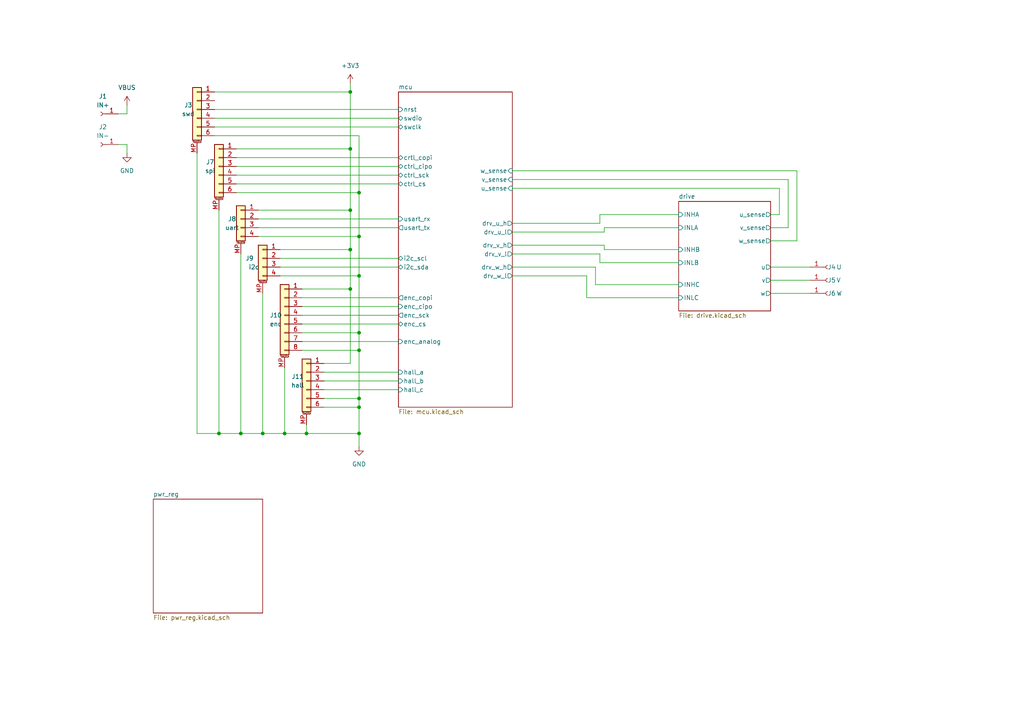
<source format=kicad_sch>
(kicad_sch (version 20211123) (generator eeschema)
  (paper "A4")
  (lib_symbols
    (symbol "Connector:Conn_01x01_Female" (pin_names (offset 1.016) hide)
      (property "Reference" "J" (at 0 2.54 0))
      (property "Value" "Conn_01x01_Female" (at 0 -2.54 0))
      (symbol "Conn_01x01_Female_1_1"
        (polyline (pts (xy -1.27 0) (xy -0.508 0)) (stroke (width 0.1524)))
        (arc (start 0 0.508) (mid -0.508 0) (end 0 -0.508) (stroke (width 0.1524)))
        (pin passive line (at -5.08 0 0) (length 3.81) (name "Pin_1") (number "1"))
      )
    )
    (symbol "Connector_Generic_MountingPin:Conn_01x04_MountingPin" (pin_names (offset 1.016) hide)
      (property "Reference" "J" (at 0 5.08 0))
      (property "Value" "Conn_01x04_MountingPin" (at 1.27 -7.62 0))
      (symbol "Conn_01x04_MountingPin_1_1"
        (rectangle (start -1.27 -4.953) (end 0 -5.207) (stroke (width 0.1524)))
        (rectangle (start -1.27 -2.413) (end 0 -2.667) (stroke (width 0.1524)))
        (rectangle (start -1.27 0.127) (end 0 -0.127) (stroke (width 0.1524)))
        (rectangle (start -1.27 2.667) (end 0 2.413) (stroke (width 0.1524)))
        (rectangle (start -1.27 3.81) (end 1.27 -6.35) (stroke (width 0.254)) (fill (type background)))
        (polyline (pts (xy -1.016 -7.112) (xy 1.016 -7.112)) (stroke (width 0.1524)))
        (text "Mounting" (at 0 -6.731 0) (effects (font (size 0.381 0.381))))
        (pin passive line (at -5.08 2.54 0) (length 3.81) (name "Pin_1") (number "1"))
        (pin passive line (at -5.08 0 0) (length 3.81) (name "Pin_2") (number "2"))
        (pin passive line (at -5.08 -2.54 0) (length 3.81) (name "Pin_3") (number "3"))
        (pin passive line (at -5.08 -5.08 0) (length 3.81) (name "Pin_4") (number "4"))
        (pin passive line (at 0 -10.16 90) (length 3.048) (name "MountPin") (number "MP"))
      )
    )
    (symbol "Connector_Generic_MountingPin:Conn_01x06_MountingPin" (pin_names (offset 1.016) hide)
      (property "Reference" "J" (at 0 7.62 0))
      (property "Value" "Conn_01x06_MountingPin" (at 1.27 -10.16 0))
      (symbol "Conn_01x06_MountingPin_1_1"
        (rectangle (start -1.27 -7.493) (end 0 -7.747) (stroke (width 0.1524)))
        (rectangle (start -1.27 -4.953) (end 0 -5.207) (stroke (width 0.1524)))
        (rectangle (start -1.27 -2.413) (end 0 -2.667) (stroke (width 0.1524)))
        (rectangle (start -1.27 0.127) (end 0 -0.127) (stroke (width 0.1524)))
        (rectangle (start -1.27 2.667) (end 0 2.413) (stroke (width 0.1524)))
        (rectangle (start -1.27 5.207) (end 0 4.953) (stroke (width 0.1524)))
        (rectangle (start -1.27 6.35) (end 1.27 -8.89) (stroke (width 0.254)) (fill (type background)))
        (polyline (pts (xy -1.016 -9.652) (xy 1.016 -9.652)) (stroke (width 0.1524)))
        (text "Mounting" (at 0 -9.271 0) (effects (font (size 0.381 0.381))))
        (pin passive line (at -5.08 5.08 0) (length 3.81) (name "Pin_1") (number "1"))
        (pin passive line (at -5.08 2.54 0) (length 3.81) (name "Pin_2") (number "2"))
        (pin passive line (at -5.08 0 0) (length 3.81) (name "Pin_3") (number "3"))
        (pin passive line (at -5.08 -2.54 0) (length 3.81) (name "Pin_4") (number "4"))
        (pin passive line (at -5.08 -5.08 0) (length 3.81) (name "Pin_5") (number "5"))
        (pin passive line (at -5.08 -7.62 0) (length 3.81) (name "Pin_6") (number "6"))
        (pin passive line (at 0 -12.7 90) (length 3.048) (name "MountPin") (number "MP"))
      )
    )
    (symbol "Connector_Generic_MountingPin:Conn_01x08_MountingPin" (pin_names (offset 1.016) hide)
      (property "Reference" "J" (at 0 10.16 0))
      (property "Value" "Conn_01x08_MountingPin" (at 1.27 -12.7 0))
      (symbol "Conn_01x08_MountingPin_1_1"
        (rectangle (start -1.27 -10.033) (end 0 -10.287) (stroke (width 0.1524)))
        (rectangle (start -1.27 -7.493) (end 0 -7.747) (stroke (width 0.1524)))
        (rectangle (start -1.27 -4.953) (end 0 -5.207) (stroke (width 0.1524)))
        (rectangle (start -1.27 -2.413) (end 0 -2.667) (stroke (width 0.1524)))
        (rectangle (start -1.27 0.127) (end 0 -0.127) (stroke (width 0.1524)))
        (rectangle (start -1.27 2.667) (end 0 2.413) (stroke (width 0.1524)))
        (rectangle (start -1.27 5.207) (end 0 4.953) (stroke (width 0.1524)))
        (rectangle (start -1.27 7.747) (end 0 7.493) (stroke (width 0.1524)))
        (rectangle (start -1.27 8.89) (end 1.27 -11.43) (stroke (width 0.254)) (fill (type background)))
        (polyline (pts (xy -1.016 -12.192) (xy 1.016 -12.192)) (stroke (width 0.1524)))
        (text "Mounting" (at 0 -11.811 0) (effects (font (size 0.381 0.381))))
        (pin passive line (at -5.08 7.62 0) (length 3.81) (name "Pin_1") (number "1"))
        (pin passive line (at -5.08 5.08 0) (length 3.81) (name "Pin_2") (number "2"))
        (pin passive line (at -5.08 2.54 0) (length 3.81) (name "Pin_3") (number "3"))
        (pin passive line (at -5.08 0 0) (length 3.81) (name "Pin_4") (number "4"))
        (pin passive line (at -5.08 -2.54 0) (length 3.81) (name "Pin_5") (number "5"))
        (pin passive line (at -5.08 -5.08 0) (length 3.81) (name "Pin_6") (number "6"))
        (pin passive line (at -5.08 -7.62 0) (length 3.81) (name "Pin_7") (number "7"))
        (pin passive line (at -5.08 -10.16 0) (length 3.81) (name "Pin_8") (number "8"))
        (pin passive line (at 0 -15.24 90) (length 3.048) (name "MountPin") (number "MP"))
      )
    )
    (symbol "power:+3V3" (power) (pin_names (offset 0))
      (property "Value" "+3V3" (at 0 3.556 0))
      (symbol "+3V3_0_1"
        (polyline (pts (xy -0.762 1.27) (xy 0 2.54)))
        (polyline (pts (xy 0 0) (xy 0 2.54)))
        (polyline (pts (xy 0 2.54) (xy 0.762 1.27)))
      )
      (symbol "+3V3_1_1"
        (pin power_in line (at 0 0 90) (length 0) hide (name "+3V3") (number "1"))
      )
    )
    (symbol "power:GND" (power) (pin_names (offset 0))
      (property "Value" "GND" (at 0 -3.81 0))
      (symbol "GND_0_1"
        (polyline (pts (xy 0 0) (xy 0 -1.27) (xy 1.27 -1.27) (xy 0 -2.54) (xy -1.27 -1.27) (xy 0 -1.27)))
      )
      (symbol "GND_1_1"
        (pin power_in line (at 0 0 270) (length 0) hide (name "GND") (number "1"))
      )
    )
    (symbol "power:VBUS" (power) (pin_names (offset 0))
      (property "Value" "VBUS" (at 0 3.81 0))
      (symbol "VBUS_0_1"
        (polyline (pts (xy -0.762 1.27) (xy 0 2.54)))
        (polyline (pts (xy 0 0) (xy 0 2.54)))
        (polyline (pts (xy 0 2.54) (xy 0.762 1.27)))
      )
      (symbol "VBUS_1_1"
        (pin power_in line (at 0 0 90) (length 0) hide (name "VBUS") (number "1"))
      )
    )
  )
  (junction (at 104.14 96.52))
  (junction (at 104.14 101.6))
  (junction (at 88.9 125.73))
  (junction (at 104.14 115.57))
  (junction (at 69.85 125.73))
  (junction (at 101.6 60.96))
  (junction (at 101.6 83.82))
  (junction (at 104.14 55.88))
  (junction (at 101.6 72.39))
  (junction (at 76.2 125.73))
  (junction (at 63.5 125.73))
  (junction (at 104.14 118.11))
  (junction (at 104.14 68.58))
  (junction (at 101.6 26.67))
  (junction (at 101.6 43.18))
  (junction (at 104.14 80.01))
  (junction (at 82.55 125.73))
  (junction (at 104.14 125.73))
  (wire (pts (xy 172.72 77.47) (xy 172.72 82.55)))
  (wire (pts (xy 74.93 63.5) (xy 115.57 63.5)))
  (wire (pts (xy 93.98 118.11) (xy 104.14 118.11)))
  (wire (pts (xy 68.58 53.34) (xy 115.57 53.34)))
  (wire (pts (xy 148.59 77.47) (xy 172.72 77.47)))
  (wire (pts (xy 88.9 125.73) (xy 104.14 125.73)))
  (wire (pts (xy 87.63 83.82) (xy 101.6 83.82)))
  (wire (pts (xy 196.85 76.2) (xy 173.99 76.2)))
  (wire (pts (xy 87.63 93.98) (xy 115.57 93.98)))
  (wire (pts (xy 82.55 106.68) (xy 82.55 125.73)))
  (wire (pts (xy 87.63 86.36) (xy 115.57 86.36)))
  (wire (pts (xy 68.58 45.72) (xy 115.57 45.72)))
  (wire (pts (xy 104.14 68.58) (xy 104.14 80.01)))
  (wire (pts (xy 93.98 107.95) (xy 115.57 107.95)))
  (wire (pts (xy 81.28 74.93) (xy 115.57 74.93)))
  (wire (pts (xy 104.14 96.52) (xy 104.14 101.6)))
  (wire (pts (xy 101.6 24.13) (xy 101.6 26.67)))
  (wire (pts (xy 62.23 36.83) (xy 115.57 36.83)))
  (wire (pts (xy 175.26 66.04) (xy 196.85 66.04)))
  (wire (pts (xy 93.98 115.57) (xy 104.14 115.57)))
  (wire (pts (xy 76.2 85.09) (xy 76.2 125.73)))
  (wire (pts (xy 76.2 125.73) (xy 82.55 125.73)))
  (wire (pts (xy 62.23 31.75) (xy 115.57 31.75)))
  (wire (pts (xy 68.58 50.8) (xy 115.57 50.8)))
  (wire (pts (xy 68.58 48.26) (xy 115.57 48.26)))
  (wire (pts (xy 62.23 34.29) (xy 115.57 34.29)))
  (wire (pts (xy 228.6 66.04) (xy 228.6 52.07)))
  (wire (pts (xy 231.14 49.53) (xy 231.14 69.85)))
  (wire (pts (xy 87.63 99.06) (xy 115.57 99.06)))
  (wire (pts (xy 87.63 88.9) (xy 115.57 88.9)))
  (wire (pts (xy 36.83 30.48) (xy 36.83 33.02)))
  (wire (pts (xy 57.15 125.73) (xy 63.5 125.73)))
  (wire (pts (xy 101.6 83.82) (xy 101.6 105.41)))
  (wire (pts (xy 104.14 125.73) (xy 104.14 129.54)))
  (wire (pts (xy 196.85 86.36) (xy 170.18 86.36)))
  (wire (pts (xy 81.28 80.01) (xy 104.14 80.01)))
  (wire (pts (xy 74.93 68.58) (xy 104.14 68.58)))
  (wire (pts (xy 170.18 80.01) (xy 148.59 80.01)))
  (wire (pts (xy 87.63 96.52) (xy 104.14 96.52)))
  (wire (pts (xy 104.14 115.57) (xy 104.14 118.11)))
  (wire (pts (xy 173.99 73.66) (xy 148.59 73.66)))
  (wire (pts (xy 74.93 60.96) (xy 101.6 60.96)))
  (wire (pts (xy 148.59 52.07) (xy 228.6 52.07)))
  (wire (pts (xy 81.28 72.39) (xy 101.6 72.39)))
  (wire (pts (xy 104.14 118.11) (xy 104.14 125.73)))
  (wire (pts (xy 104.14 39.37) (xy 104.14 55.88)))
  (wire (pts (xy 82.55 125.73) (xy 88.9 125.73)))
  (wire (pts (xy 223.52 81.28) (xy 234.95 81.28)))
  (wire (pts (xy 148.59 49.53) (xy 231.14 49.53)))
  (wire (pts (xy 88.9 123.19) (xy 88.9 125.73)))
  (wire (pts (xy 87.63 91.44) (xy 115.57 91.44)))
  (wire (pts (xy 81.28 77.47) (xy 115.57 77.47)))
  (wire (pts (xy 62.23 26.67) (xy 101.6 26.67)))
  (wire (pts (xy 175.26 72.39) (xy 196.85 72.39)))
  (wire (pts (xy 68.58 55.88) (xy 104.14 55.88)))
  (wire (pts (xy 175.26 71.12) (xy 175.26 72.39)))
  (wire (pts (xy 36.83 41.91) (xy 36.83 44.45)))
  (wire (pts (xy 223.52 66.04) (xy 228.6 66.04)))
  (wire (pts (xy 104.14 55.88) (xy 104.14 68.58)))
  (wire (pts (xy 62.23 39.37) (xy 104.14 39.37)))
  (wire (pts (xy 93.98 105.41) (xy 101.6 105.41)))
  (wire (pts (xy 173.99 64.77) (xy 173.99 62.23)))
  (wire (pts (xy 101.6 43.18) (xy 101.6 60.96)))
  (wire (pts (xy 148.59 64.77) (xy 173.99 64.77)))
  (wire (pts (xy 57.15 44.45) (xy 57.15 125.73)))
  (wire (pts (xy 148.59 67.31) (xy 175.26 67.31)))
  (wire (pts (xy 173.99 62.23) (xy 196.85 62.23)))
  (wire (pts (xy 101.6 60.96) (xy 101.6 72.39)))
  (wire (pts (xy 101.6 26.67) (xy 101.6 43.18)))
  (wire (pts (xy 68.58 43.18) (xy 101.6 43.18)))
  (wire (pts (xy 93.98 110.49) (xy 115.57 110.49)))
  (wire (pts (xy 231.14 69.85) (xy 223.52 69.85)))
  (wire (pts (xy 69.85 73.66) (xy 69.85 125.73)))
  (wire (pts (xy 104.14 80.01) (xy 104.14 96.52)))
  (wire (pts (xy 175.26 67.31) (xy 175.26 66.04)))
  (wire (pts (xy 223.52 77.47) (xy 234.95 77.47)))
  (wire (pts (xy 69.85 125.73) (xy 76.2 125.73)))
  (wire (pts (xy 148.59 54.61) (xy 226.06 54.61)))
  (wire (pts (xy 172.72 82.55) (xy 196.85 82.55)))
  (wire (pts (xy 34.29 33.02) (xy 36.83 33.02)))
  (wire (pts (xy 226.06 54.61) (xy 226.06 62.23)))
  (wire (pts (xy 104.14 101.6) (xy 104.14 115.57)))
  (wire (pts (xy 223.52 85.09) (xy 234.95 85.09)))
  (wire (pts (xy 87.63 101.6) (xy 104.14 101.6)))
  (wire (pts (xy 63.5 60.96) (xy 63.5 125.73)))
  (wire (pts (xy 226.06 62.23) (xy 223.52 62.23)))
  (wire (pts (xy 74.93 66.04) (xy 115.57 66.04)))
  (wire (pts (xy 63.5 125.73) (xy 69.85 125.73)))
  (wire (pts (xy 170.18 86.36) (xy 170.18 80.01)))
  (wire (pts (xy 34.29 41.91) (xy 36.83 41.91)))
  (wire (pts (xy 148.59 71.12) (xy 175.26 71.12)))
  (wire (pts (xy 101.6 72.39) (xy 101.6 83.82)))
  (wire (pts (xy 93.98 113.03) (xy 115.57 113.03)))
  (wire (pts (xy 173.99 76.2) (xy 173.99 73.66)))
  (symbol (lib_id "power:GND") (at 36.83 44.45 0) (unit 1)
    (property "Reference" "#PWR02" (effects hide))
    (property "Value" "GND" (at 36.83 49.53 0))
  )
  (symbol (lib_id "Connector_Generic_MountingPin:Conn_01x06_MountingPin") (at 57.15 31.75 0) (mirror y) (unit 1)
    (property "Reference" "J3" (at 54.61 30.48 0))
    (property "Value" "swd" (at 54.61 33.02 0))
    (property "Footprint" "a22verter:MOLEX_5055670651" (effects hide))
  )
  (symbol (lib_id "Connector:Conn_01x01_Female") (at 240.03 85.09 0) (unit 1)
    (property "Reference" "J6" (at 240.03 85.09 0) (effects (justify left)))
    (property "Value" "W" (at 242.57 85.09 0) (effects (justify left)))
    (property "Footprint" "a22verter:SolderPad" (effects hide))
  )
  (symbol (lib_id "Connector_Generic_MountingPin:Conn_01x04_MountingPin") (at 69.85 63.5 0) (mirror y) (unit 1)
    (property "Reference" "J8" (at 67.31 63.5 0))
    (property "Value" "uart" (at 67.31 66.04 0))
    (property "Footprint" "a22verter:MOLEX_5055670451" (effects hide))
  )
  (symbol (lib_id "Connector_Generic_MountingPin:Conn_01x04_MountingPin") (at 76.2 74.93 0) (mirror y) (unit 1)
    (property "Reference" "J9" (at 72.39 74.93 0))
    (property "Value" "i2c" (at 73.66 77.47 0))
    (property "Footprint" "a22verter:MOLEX_5055670451" (effects hide))
  )
  (symbol (lib_id "Connector_Generic_MountingPin:Conn_01x06_MountingPin") (at 88.9 110.49 0) (mirror y) (unit 1)
    (property "Reference" "J11" (at 86.36 109.22 0))
    (property "Value" "hall" (at 86.36 111.76 0))
    (property "Footprint" "a22verter:MOLEX_5055670651" (effects hide))
  )
  (symbol (lib_id "Connector:Conn_01x01_Female") (at 29.21 41.91 180) (unit 1)
    (property "Reference" "J2" (at 29.845 36.83 0))
    (property "Value" "IN-" (at 29.845 39.37 0))
    (property "Footprint" "a22verter:SolderPad" (effects hide))
  )
  (symbol (lib_id "Connector:Conn_01x01_Female") (at 29.21 33.02 180) (unit 1)
    (property "Reference" "J1" (at 29.845 27.94 0))
    (property "Value" "IN+" (at 29.845 30.48 0))
    (property "Footprint" "a22verter:SolderPad" (effects hide))
  )
  (symbol (lib_id "power:+3V3") (at 101.6 24.13 0) (unit 1)
    (property "Reference" "#PWR0104" (effects hide))
    (property "Value" "+3V3" (at 101.6 19.05 0))
  )
  (symbol (lib_id "Connector:Conn_01x01_Female") (at 240.03 77.47 0) (unit 1)
    (property "Reference" "J4" (at 240.03 77.47 0) (effects (justify left)))
    (property "Value" "U" (at 242.57 77.47 0) (effects (justify left)))
    (property "Footprint" "a22verter:SolderPad" (effects hide))
  )
  (symbol (lib_id "Connector_Generic_MountingPin:Conn_01x06_MountingPin") (at 63.5 48.26 0) (mirror y) (unit 1)
    (property "Reference" "J7" (at 60.96 46.99 0))
    (property "Value" "spi" (at 60.96 49.53 0))
    (property "Footprint" "a22verter:MOLEX_5055670651" (effects hide))
  )
  (symbol (lib_id "Connector_Generic_MountingPin:Conn_01x08_MountingPin") (at 82.55 91.44 0) (mirror y) (unit 1)
    (property "Reference" "J10" (at 80.01 91.44 0))
    (property "Value" "enc" (at 80.01 93.98 0))
    (property "Footprint" "a22verter:MOLEX_5055670851" (effects hide))
  )
  (symbol (lib_id "Connector:Conn_01x01_Female") (at 240.03 81.28 0) (unit 1)
    (property "Reference" "J5" (at 240.03 81.28 0) (effects (justify left)))
    (property "Value" "V" (at 242.57 81.28 0) (effects (justify left)))
    (property "Footprint" "a22verter:SolderPad" (effects hide))
  )
  (symbol (lib_id "power:VBUS") (at 36.83 30.48 0) (unit 1)
    (property "Reference" "#PWR01" (effects hide))
    (property "Value" "VBUS" (at 36.83 25.4 0))
  )
  (symbol (lib_id "power:GND") (at 104.14 129.54 0) (unit 1)
    (property "Reference" "#PWR0103" (effects hide))
    (property "Value" "GND" (at 104.14 134.62 0))
  )
  (sheet (at 44.45 144.78) (size 31.75 33.02) (stroke (width 0.1524))
    (property "Sheet name" "pwr_reg" (at 44.45 144.0684 0) (effects (justify left bottom)))
    (property "Sheet file" "pwr_reg.kicad_sch" (at 44.45 178.3846 0) (effects (justify left top)))
  )
  (sheet (at 115.57 26.67) (size 33.02 91.44) (stroke (width 0.1524))
    (property "Sheet name" "mcu" (at 115.57 25.9584 0) (effects (justify left bottom)))
    (property "Sheet file" "mcu.kicad_sch" (at 115.57 118.6946 0) (effects (justify left top)))
    (pin "u_sense" input (at 148.59 54.61 0))
    (pin "v_sense" input (at 148.59 52.07 0))
    (pin "w_sense" input (at 148.59 49.53 0))
    (pin "enc_copi" output (at 115.57 86.36 180))
    (pin "ctrl_cipo" bidirectional (at 115.57 48.26 180))
    (pin "ctrl_sck" bidirectional (at 115.57 50.8 180))
    (pin "crtl_copi" bidirectional (at 115.57 45.72 180))
    (pin "drv_u_h" output (at 148.59 64.77 0))
    (pin "drv_v_h" output (at 148.59 71.12 0))
    (pin "drv_w_h" output (at 148.59 77.47 0))
    (pin "enc_cipo" input (at 115.57 88.9 180))
    (pin "usart_rx" input (at 115.57 63.5 180))
    (pin "usart_tx" output (at 115.57 66.04 180))
    (pin "i2c_scl" bidirectional (at 115.57 74.93 180))
    (pin "i2c_sda" bidirectional (at 115.57 77.47 180))
    (pin "drv_v_l" output (at 148.59 73.66 0))
    (pin "drv_w_l" output (at 148.59 80.01 0))
    (pin "enc_sck" output (at 115.57 91.44 180))
    (pin "drv_u_l" output (at 148.59 67.31 0))
    (pin "enc_analog" input (at 115.57 99.06 180))
    (pin "hall_c" input (at 115.57 113.03 180))
    (pin "hall_a" input (at 115.57 107.95 180))
    (pin "hall_b" input (at 115.57 110.49 180))
    (pin "swdio" bidirectional (at 115.57 34.29 180))
    (pin "swclk" bidirectional (at 115.57 36.83 180))
    (pin "enc_cs" bidirectional (at 115.57 93.98 180))
    (pin "ctrl_cs" bidirectional (at 115.57 53.34 180))
    (pin "nrst" input (at 115.57 31.75 180))
  )
  (sheet (at 196.85 58.42) (size 26.67 31.75) (stroke (width 0.1524))
    (property "Sheet name" "drive" (at 196.85 57.7084 0) (effects (justify left bottom)))
    (property "Sheet file" "drive.kicad_sch" (at 196.85 90.7546 0) (effects (justify left top)))
    (pin "u_sense" output (at 223.52 62.23 0))
    (pin "INHA" input (at 196.85 62.23 180))
    (pin "INLA" input (at 196.85 66.04 180))
    (pin "INLB" input (at 196.85 76.2 180))
    (pin "INHB" input (at 196.85 72.39 180))
    (pin "INHC" input (at 196.85 82.55 180))
    (pin "INLC" input (at 196.85 86.36 180))
    (pin "v_sense" output (at 223.52 66.04 0))
    (pin "w_sense" output (at 223.52 69.85 0))
    (pin "v" output (at 223.52 81.28 0))
    (pin "u" output (at 223.52 77.47 0))
    (pin "w" output (at 223.52 85.09 0))
  )
)
</source>
